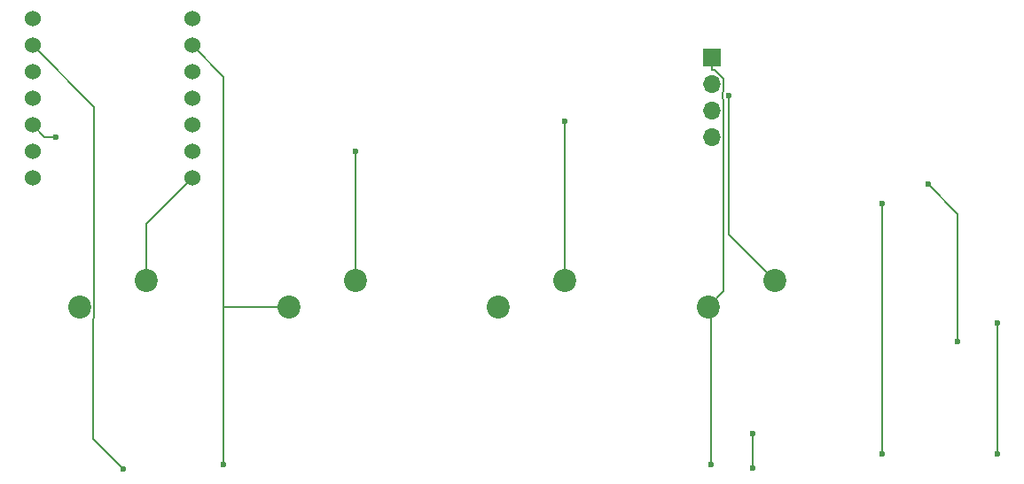
<source format=gbr>
%TF.GenerationSoftware,KiCad,Pcbnew,8.0.8*%
%TF.CreationDate,2025-02-16T16:29:03+01:00*%
%TF.ProjectId,Perihelion,50657269-6865-46c6-996f-6e2e6b696361,rev?*%
%TF.SameCoordinates,Original*%
%TF.FileFunction,Copper,L2,Bot*%
%TF.FilePolarity,Positive*%
%FSLAX46Y46*%
G04 Gerber Fmt 4.6, Leading zero omitted, Abs format (unit mm)*
G04 Created by KiCad (PCBNEW 8.0.8) date 2025-02-16 16:29:03*
%MOMM*%
%LPD*%
G01*
G04 APERTURE LIST*
%TA.AperFunction,ComponentPad*%
%ADD10C,2.200000*%
%TD*%
%TA.AperFunction,ComponentPad*%
%ADD11R,1.700000X1.700000*%
%TD*%
%TA.AperFunction,ComponentPad*%
%ADD12O,1.700000X1.700000*%
%TD*%
%TA.AperFunction,ComponentPad*%
%ADD13C,1.524000*%
%TD*%
%TA.AperFunction,ViaPad*%
%ADD14C,0.600000*%
%TD*%
%TA.AperFunction,Conductor*%
%ADD15C,0.200000*%
%TD*%
G04 APERTURE END LIST*
D10*
%TO.P,SW1,1,1*%
%TO.N,Net-(U1-GPIO1{slash}RX)*%
X150000000Y-55000000D03*
%TO.P,SW1,2,2*%
%TO.N,GND*%
X143650000Y-57540000D03*
%TD*%
D11*
%TO.P,U2,1,GND*%
%TO.N,GND*%
X204000000Y-33690000D03*
D12*
%TO.P,U2,2,VCC*%
%TO.N,+5V*%
X204000000Y-36230000D03*
%TO.P,U2,3,SCL*%
%TO.N,Net-(U1-GPIO7{slash}SCL)*%
X204000000Y-38770000D03*
%TO.P,U2,4,SDA*%
%TO.N,Net-(U1-GPIO6{slash}SDA)*%
X204000000Y-41310000D03*
%TD*%
D10*
%TO.P,SW3,1,1*%
%TO.N,Net-(U1-GPIO4{slash}MISO)*%
X190000000Y-55000000D03*
%TO.P,SW3,2,2*%
%TO.N,GND*%
X183650000Y-57540000D03*
%TD*%
D13*
%TO.P,U1,1,GPIO26/ADC0/A0*%
%TO.N,Net-(U1-GPIO26{slash}ADC0{slash}A0)*%
X139130000Y-30000000D03*
%TO.P,U1,2,GPIO27/ADC1/A1*%
%TO.N,Net-(D1-DIN)*%
X139130000Y-32540000D03*
%TO.P,U1,3,GPIO28/ADC2/A2*%
%TO.N,unconnected-(U1-GPIO28{slash}ADC2{slash}A2-Pad3)*%
X139130000Y-35080000D03*
%TO.P,U1,4,GPIO29/ADC3/A3*%
%TO.N,unconnected-(U1-GPIO29{slash}ADC3{slash}A3-Pad4)*%
X139130000Y-37620000D03*
%TO.P,U1,5,GPIO6/SDA*%
%TO.N,Net-(U1-GPIO6{slash}SDA)*%
X139130000Y-40160000D03*
%TO.P,U1,6,GPIO7/SCL*%
%TO.N,Net-(U1-GPIO7{slash}SCL)*%
X139130000Y-42700000D03*
%TO.P,U1,7,GPIO0/TX*%
%TO.N,Net-(U1-GPIO0{slash}TX)*%
X139130000Y-45240000D03*
%TO.P,U1,8,GPIO1/RX*%
%TO.N,Net-(U1-GPIO1{slash}RX)*%
X154370000Y-45240000D03*
%TO.P,U1,9,GPIO2/SCK*%
%TO.N,Net-(U1-GPIO2{slash}SCK)*%
X154370000Y-42700000D03*
%TO.P,U1,10,GPIO4/MISO*%
%TO.N,Net-(U1-GPIO4{slash}MISO)*%
X154370000Y-40160000D03*
%TO.P,U1,11,GPIO3/MOSI*%
%TO.N,Net-(U1-GPIO3{slash}MOSI)*%
X154370000Y-37620000D03*
%TO.P,U1,12,3V3*%
%TO.N,unconnected-(U1-3V3-Pad12)*%
X154370000Y-35080000D03*
%TO.P,U1,13,GND*%
%TO.N,GND*%
X154370000Y-32540000D03*
%TO.P,U1,14,VBUS*%
%TO.N,+5V*%
X154370000Y-30000000D03*
%TD*%
D10*
%TO.P,SW4,1,1*%
%TO.N,Net-(U1-GPIO3{slash}MOSI)*%
X210000000Y-55000000D03*
%TO.P,SW4,2,2*%
%TO.N,GND*%
X203650000Y-57540000D03*
%TD*%
%TO.P,SW2,1,1*%
%TO.N,Net-(U1-GPIO2{slash}SCK)*%
X170000000Y-55000000D03*
%TO.P,SW2,2,2*%
%TO.N,GND*%
X163650000Y-57540000D03*
%TD*%
D14*
%TO.N,GND*%
X203948800Y-72675400D03*
X157411300Y-72639200D03*
%TO.N,Net-(D1-DIN)*%
X147781300Y-73092300D03*
%TO.N,+5V*%
X231247500Y-71625000D03*
X231247500Y-59125000D03*
%TO.N,Net-(D3-DOUT)*%
X207944800Y-72965800D03*
X207944800Y-69654900D03*
%TO.N,Net-(D5-DOUT)*%
X220320300Y-47648300D03*
X220320300Y-71625000D03*
%TO.N,Net-(D6-DOUT)*%
X224648300Y-45780300D03*
X227505000Y-60872100D03*
%TO.N,Net-(U1-GPIO2{slash}SCK)*%
X170000000Y-42700000D03*
%TO.N,Net-(U1-GPIO4{slash}MISO)*%
X190000000Y-39810300D03*
%TO.N,Net-(U1-GPIO3{slash}MOSI)*%
X205612200Y-37324900D03*
%TO.N,Net-(U1-GPIO6{slash}SDA)*%
X141386600Y-41310000D03*
%TD*%
D15*
%TO.N,GND*%
X204000000Y-34841700D02*
X204287900Y-34841700D01*
X203948800Y-57838800D02*
X203948800Y-72675400D01*
X204287900Y-34841700D02*
X205161900Y-35715700D01*
X203650000Y-57540000D02*
X203948800Y-57838800D01*
X205161900Y-37725400D02*
X205161900Y-56028100D01*
X204000000Y-33690000D02*
X204000000Y-34841700D01*
X205161900Y-35715700D02*
X205161900Y-36924400D01*
X157411300Y-35581300D02*
X157411300Y-57540000D01*
X157411300Y-57540000D02*
X157411300Y-72639200D01*
X205161900Y-36924400D02*
X205010500Y-37075800D01*
X163650000Y-57540000D02*
X157411300Y-57540000D01*
X205010500Y-37075800D02*
X205010500Y-37574000D01*
X205161900Y-56028100D02*
X203650000Y-57540000D01*
X205010500Y-37574000D02*
X205161900Y-37725400D01*
X154370000Y-32540000D02*
X157411300Y-35581300D01*
%TO.N,Net-(D1-DIN)*%
X144895200Y-58719400D02*
X144895200Y-70206200D01*
X139130000Y-32540000D02*
X145051900Y-38461900D01*
X145051900Y-58562700D02*
X144895200Y-58719400D01*
X144895200Y-70206200D02*
X147781300Y-73092300D01*
X145051900Y-38461900D02*
X145051900Y-58562700D01*
%TO.N,+5V*%
X231247500Y-71625000D02*
X231247500Y-59125000D01*
%TO.N,Net-(D3-DOUT)*%
X207944800Y-72965800D02*
X207944800Y-69654900D01*
%TO.N,Net-(D5-DOUT)*%
X220320300Y-47648300D02*
X220320300Y-71625000D01*
%TO.N,Net-(D6-DOUT)*%
X227505000Y-48637000D02*
X224648300Y-45780300D01*
X227505000Y-60872100D02*
X227505000Y-48637000D01*
%TO.N,Net-(U1-GPIO1{slash}RX)*%
X150000000Y-49610000D02*
X150000000Y-55000000D01*
X154370000Y-45240000D02*
X150000000Y-49610000D01*
%TO.N,Net-(U1-GPIO2{slash}SCK)*%
X170000000Y-55000000D02*
X170000000Y-42700000D01*
%TO.N,Net-(U1-GPIO4{slash}MISO)*%
X190000000Y-55000000D02*
X190000000Y-39810300D01*
%TO.N,Net-(U1-GPIO3{slash}MOSI)*%
X210000000Y-55000000D02*
X205612200Y-50612200D01*
X205612200Y-50612200D02*
X205612200Y-37324900D01*
%TO.N,Net-(U1-GPIO6{slash}SDA)*%
X140280000Y-41310000D02*
X141386600Y-41310000D01*
X139130000Y-40160000D02*
X140280000Y-41310000D01*
%TD*%
M02*

</source>
